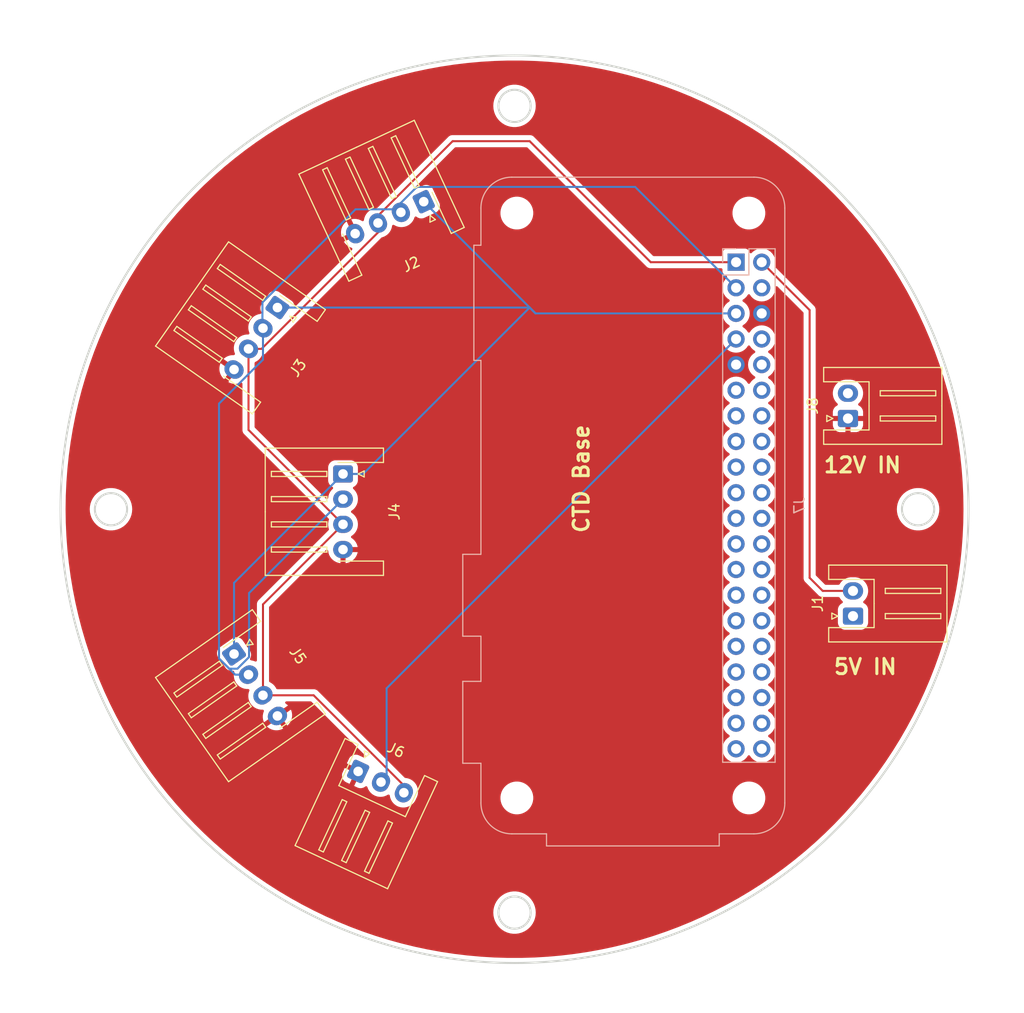
<source format=kicad_pcb>
(kicad_pcb (version 20240108) (generator "pcbnew") (generator_version "8.0")
  (layers (0 "F.Cu" signal) (31 "B.Cu" signal) (34 "B.Paste" user) (35 "F.Paste" user) (36 "B.SilkS" user "B.Silkscreen") (37 "F.SilkS" user "F.Silkscreen") (38 "B.Mask" user) (39 "F.Mask" user) (44 "Edge.Cuts" user))
  (net 0 "")
  (net 1 "Net-(J1-Pin_1)")
  (net 17 "Net-(J1-Pin_2)")
  (net 36 "Net-(J2-Pin_1)")
  (net 37 "Net-(J2-Pin_2)")
  (net 38 "Net-(J2-Pin_3)")
  (net 39 "Net-(J6-Pin_2)")
  (net 41 "GND")
  (footprint "Connector_JST:JST_XH_S4B-XH-A-1_1x04_P2.50mm_Horizontal" (layer "F.Cu") (at 122.198178 114.356359 -55)
    (property "Reference" "J5" (at 3.75 -5.1 125) (layer "F.SilkS"))
    (property "Value" "Conn_01x04_Female")
    (fp_line (start -2.56 7.71) (end -2.56 -4.01) (stroke (width 0.12)) (layer "F.SilkS"))
    (fp_line (start -0.249999 7.1) (end 0.25 7.099999) (stroke (width 0.12)) (layer "F.SilkS"))
    (fp_line (start 0.25 7.099999) (end 0.249999 1.600001) (stroke (width 0.12)) (layer "F.SilkS"))
    (fp_line (start 2.25 7.1) (end 2.75 7.1) (stroke (width 0.12)) (layer "F.SilkS"))
    (fp_line (start 2.75 7.1) (end 2.750001 1.599999) (stroke (width 0.12)) (layer "F.SilkS"))
    (fp_line (start 3.749999 7.71) (end -2.56 7.71) (stroke (width 0.12)) (layer "F.SilkS"))
    (fp_line (start 3.749999 7.71) (end 10.06 7.71) (stroke (width 0.12)) (layer "F.SilkS"))
    (fp_line (start 4.75 7.1) (end 5.25 7.1) (stroke (width 0.12)) (layer "F.SilkS"))
    (fp_line (start 5.25 7.1) (end 5.25 1.6) (stroke (width 0.12)) (layer "F.SilkS"))
    (fp_line (start 7.25 7.1) (end 7.75 7.1) (stroke (width 0.12)) (layer "F.SilkS"))
    (fp_line (start -0.25 1.600001) (end -0.249999 7.1) (stroke (width 0.12)) (layer "F.SilkS"))
    (fp_line (start 7.75 7.1) (end 7.75 1.6) (stroke (width 0.12)) (layer "F.SilkS"))
    (fp_line (start 0.249999 1.600001) (end -0.25 1.600001) (stroke (width 0.12)) (layer "F.SilkS"))
    (fp_line (start 10.06 7.71) (end 10.06 -4.01) (stroke (width 0.12)) (layer "F.SilkS"))
    (fp_line (start 2.249999 1.6) (end 2.25 7.1) (stroke (width 0.12)) (layer "F.SilkS"))
    (fp_line (start 2.750001 1.599999) (end 2.249999 1.6) (stroke (width 0.12)) (layer "F.SilkS"))
    (fp_line (start 0 -1.5) (end -0.3 -2.1) (stroke (width 0.12)) (layer "F.SilkS"))
    (fp_line (start 4.75 1.600001) (end 4.75 7.1) (stroke (width 0.12)) (layer "F.SilkS"))
    (fp_line (start -0.3 -2.1) (end 0.300001 -2.099999) (stroke (width 0.12)) (layer "F.SilkS"))
    (fp_line (start 5.25 1.6) (end 4.75 1.600001) (stroke (width 0.12)) (layer "F.SilkS"))
    (fp_line (start -2.56 -4.01) (end -1.14 -4.01) (stroke (width 0.12)) (layer "F.SilkS"))
    (fp_line (start 0.300001 -2.099999) (end 0 -1.5) (stroke (width 0.12)) (layer "F.SilkS"))
    (fp_line (start -1.14 -4.01) (end -1.14 0.489999) (stroke (width 0.12)) (layer "F.SilkS"))
    (fp_line (start 7.25 1.6) (end 7.25 7.1) (stroke (width 0.12)) (layer "F.SilkS"))
    (fp_line (start 7.75 1.6) (end 7.25 1.6) (stroke (width 0.12)) (layer "F.SilkS"))
    (fp_line (start 8.64 -4.01) (end 8.64 0.49) (stroke (width 0.12)) (layer "F.SilkS"))
    (fp_line (start 10.06 -4.01) (end 8.64 -4.01) (stroke (width 0.12)) (layer "F.SilkS"))
    (pad "1" thru_hole roundrect (at 0 0 305) (size 1.7 1.95) (drill 0.95) (layers "*.Cu" "*.Mask") (roundrect_rratio 0.147059) (net 36 "Net-(J2-Pin_1)"))
    (pad "2" thru_hole oval (at 2.500001 0.000001 305) (size 1.7 1.95) (drill 0.95) (layers "*.Cu" "*.Mask") (net 37 "Net-(J2-Pin_2)"))
    (pad "3" thru_hole oval (at 5 0 305) (size 1.7 1.95) (drill 0.95) (layers "*.Cu" "*.Mask") (net 38 "Net-(J2-Pin_3)"))
    (pad "4" thru_hole oval (at 7.5 0.000001 305) (size 1.7 1.95) (drill 0.95) (layers "*.Cu" "*.Mask") (net 41 "GND"))
  )
  (footprint "Connector_JST:JST_XH_S4B-XH-A-1_1x04_P2.50mm_Horizontal" (layer "F.Cu") (at 133 96.5 -90)
    (property "Reference" "J4" (at 3.75 -5.1 90) (layer "F.SilkS"))
    (property "Value" "Conn_01x04_Female")
    (fp_line (start -2.56 7.71) (end -2.56 -4.01) (stroke (width 0.12)) (layer "F.SilkS"))
    (fp_line (start 3.75 7.71) (end -2.56 7.71) (stroke (width 0.12)) (layer "F.SilkS"))
    (fp_line (start 3.75 7.71) (end 10.06 7.71) (stroke (width 0.12)) (layer "F.SilkS"))
    (fp_line (start 10.06 7.71) (end 10.06 -4.01) (stroke (width 0.12)) (layer "F.SilkS"))
    (fp_line (start -0.25 7.1) (end 0.25 7.1) (stroke (width 0.12)) (layer "F.SilkS"))
    (fp_line (start 0.25 7.1) (end 0.25 1.6) (stroke (width 0.12)) (layer "F.SilkS"))
    (fp_line (start 2.25 7.1) (end 2.75 7.1) (stroke (width 0.12)) (layer "F.SilkS"))
    (fp_line (start 2.75 7.1) (end 2.75 1.6) (stroke (width 0.12)) (layer "F.SilkS"))
    (fp_line (start 4.75 7.1) (end 5.25 7.1) (stroke (width 0.12)) (layer "F.SilkS"))
    (fp_line (start 5.25 7.1) (end 5.25 1.6) (stroke (width 0.12)) (layer "F.SilkS"))
    (fp_line (start 7.25 7.1) (end 7.75 7.1) (stroke (width 0.12)) (layer "F.SilkS"))
    (fp_line (start 7.75 7.1) (end 7.75 1.6) (stroke (width 0.12)) (layer "F.SilkS"))
    (fp_line (start -0.25 1.6) (end -0.25 7.1) (stroke (width 0.12)) (layer "F.SilkS"))
    (fp_line (start 0.25 1.6) (end -0.25 1.6) (stroke (width 0.12)) (layer "F.SilkS"))
    (fp_line (start 2.25 1.6) (end 2.25 7.1) (stroke (width 0.12)) (layer "F.SilkS"))
    (fp_line (start 2.75 1.6) (end 2.25 1.6) (stroke (width 0.12)) (layer "F.SilkS"))
    (fp_line (start 4.75 1.6) (end 4.75 7.1) (stroke (width 0.12)) (layer "F.SilkS"))
    (fp_line (start 5.25 1.6) (end 4.75 1.6) (stroke (width 0.12)) (layer "F.SilkS"))
    (fp_line (start 7.25 1.6) (end 7.25 7.1) (stroke (width 0.12)) (layer "F.SilkS"))
    (fp_line (start 7.75 1.6) (end 7.25 1.6) (stroke (width 0.12)) (layer "F.SilkS"))
    (fp_line (start 0 -1.5) (end -0.3 -2.1) (stroke (width 0.12)) (layer "F.SilkS"))
    (fp_line (start -0.3 -2.1) (end 0.3 -2.1) (stroke (width 0.12)) (layer "F.SilkS"))
    (fp_line (start 0.3 -2.1) (end 0 -1.5) (stroke (width 0.12)) (layer "F.SilkS"))
    (fp_line (start -2.56 -4.01) (end -1.14 -4.01) (stroke (width 0.12)) (layer "F.SilkS"))
    (fp_line (start -1.14 -4.01) (end -1.14 0.49) (stroke (width 0.12)) (layer "F.SilkS"))
    (fp_line (start 8.64 -4.01) (end 8.64 0.49) (stroke (width 0.12)) (layer "F.SilkS"))
    (fp_line (start 10.06 -4.01) (end 8.64 -4.01) (stroke (width 0.12)) (layer "F.SilkS"))
    (pad "1" thru_hole roundrect (at 0 0 270) (size 1.7 1.95) (drill 0.95) (layers "*.Cu" "*.Mask") (roundrect_rratio 0.147059) (net 36 "Net-(J2-Pin_1)"))
    (pad "2" thru_hole oval (at 2.5 0 270) (size 1.7 1.95) (drill 0.95) (layers "*.Cu" "*.Mask") (net 37 "Net-(J2-Pin_2)"))
    (pad "3" thru_hole oval (at 5 0 270) (size 1.7 1.95) (drill 0.95) (layers "*.Cu" "*.Mask") (net 38 "Net-(J2-Pin_3)"))
    (pad "4" thru_hole oval (at 7.5 0 270) (size 1.7 1.95) (drill 0.95) (layers "*.Cu" "*.Mask") (net 41 "GND"))
  )
  (footprint "Connector_JST:JST_XH_S2B-XH-A_1x02_P2.50mm_Horizontal" (layer "F.Cu") (at 183.55 110.6 90)
    (property "Reference" "J1" (at 1.25 -3.5 90) (layer "F.SilkS"))
    (property "Value" "Conn_01x02_Male")
    (fp_line (start 5.06 -2.41) (end 3.64 -2.41) (stroke (width 0.12)) (layer "F.SilkS"))
    (fp_line (start 3.64 -2.41) (end 3.64 2.09) (stroke (width 0.12)) (layer "F.SilkS"))
    (fp_line (start -1.14 -2.41) (end -1.14 2.09) (stroke (width 0.12)) (layer "F.SilkS"))
    (fp_line (start -2.56 -2.41) (end -1.14 -2.41) (stroke (width 0.12)) (layer "F.SilkS"))
    (fp_line (start 0.3 -2.1) (end 0 -1.5) (stroke (width 0.12)) (layer "F.SilkS"))
    (fp_line (start -0.3 -2.1) (end 0.3 -2.1) (stroke (width 0.12)) (layer "F.SilkS"))
    (fp_line (start 0 -1.5) (end -0.3 -2.1) (stroke (width 0.12)) (layer "F.SilkS"))
    (fp_line (start 3.64 2.09) (end 1.25 2.09) (stroke (width 0.12)) (layer "F.SilkS"))
    (fp_line (start -1.14 2.09) (end 1.25 2.09) (stroke (width 0.12)) (layer "F.SilkS"))
    (fp_line (start 2.75 3.2) (end 2.25 3.2) (stroke (width 0.12)) (layer "F.SilkS"))
    (fp_line (start 2.25 3.2) (end 2.25 8.7) (stroke (width 0.12)) (layer "F.SilkS"))
    (fp_line (start 0.25 3.2) (end -0.25 3.2) (stroke (width 0.12)) (layer "F.SilkS"))
    (fp_line (start -0.25 3.2) (end -0.25 8.7) (stroke (width 0.12)) (layer "F.SilkS"))
    (fp_line (start 2.75 8.7) (end 2.75 3.2) (stroke (width 0.12)) (layer "F.SilkS"))
    (fp_line (start 2.25 8.7) (end 2.75 8.7) (stroke (width 0.12)) (layer "F.SilkS"))
    (fp_line (start 0.25 8.7) (end 0.25 3.2) (stroke (width 0.12)) (layer "F.SilkS"))
    (fp_line (start -0.25 8.7) (end 0.25 8.7) (stroke (width 0.12)) (layer "F.SilkS"))
    (fp_line (start 5.06 9.31) (end 5.06 -2.41) (stroke (width 0.12)) (layer "F.SilkS"))
    (fp_line (start 1.25 9.31) (end 5.06 9.31) (stroke (width 0.12)) (layer "F.SilkS"))
    (fp_line (start 1.25 9.31) (end -2.56 9.31) (stroke (width 0.12)) (layer "F.SilkS"))
    (fp_line (start -2.56 9.31) (end -2.56 -2.41) (stroke (width 0.12)) (layer "F.SilkS"))
    (pad "1" thru_hole roundrect (at 0 0 90) (size 1.7 2) (drill 1) (layers "*.Cu" "*.Mask") (roundrect_rratio 0.147059) (net 1 "Net-(J1-Pin_1)"))
    (pad "2" thru_hole oval (at 2.5 0 90) (size 1.7 2) (drill 1) (layers "*.Cu" "*.Mask") (net 17 "Net-(J1-Pin_2)"))
  )
  (footprint "Connector_JST:JST_XH_S4B-XH-A-1_1x04_P2.50mm_Horizontal" (layer "F.Cu") (at 141 69.5 -155)
    (property "Reference" "J2" (at 3.749999 -5.100001 25) (layer "F.SilkS"))
    (property "Value" "Conn_01x04_Female")
    (fp_line (start 10.06 7.71) (end 10.060001 -4.01) (stroke (width 0.12)) (layer "F.SilkS"))
    (fp_line (start 7.749999 7.100001) (end 7.75 1.599999) (stroke (width 0.12)) (layer "F.SilkS"))
    (fp_line (start 7.249999 7.099999) (end 7.749999 7.100001) (stroke (width 0.12)) (layer "F.SilkS"))
    (fp_line (start 5.25 7.099998) (end 5.250001 1.6) (stroke (width 0.12)) (layer "F.SilkS"))
    (fp_line (start 7.75 1.599999) (end 7.25 1.6) (stroke (width 0.12)) (layer "F.SilkS"))
    (fp_line (start 10.060001 -4.01) (end 8.64 -4.009998) (stroke (width 0.12)) (layer "F.SilkS"))
    (fp_line (start 4.75 7.099999) (end 5.25 7.099998) (stroke (width 0.12)) (layer "F.SilkS"))
    (fp_line (start 7.25 1.6) (end 7.249999 7.099999) (stroke (width 0.12)) (layer "F.SilkS"))
    (fp_line (start 3.750001 7.71) (end 10.06 7.71) (stroke (width 0.12)) (layer "F.SilkS"))
    (fp_line (start 3.750001 7.71) (end -2.559999 7.710001) (stroke (width 0.12)) (layer "F.SilkS"))
    (fp_line (start 8.64 -4.009998) (end 8.64 0.490001) (stroke (width 0.12)) (layer "F.SilkS"))
    (fp_line (start 2.749999 7.099999) (end 2.749999 1.599999) (stroke (width 0.12)) (layer "F.SilkS"))
    (fp_line (start 5.250001 1.6) (end 4.749998 1.600001) (stroke (width 0.12)) (layer "F.SilkS"))
    (fp_line (start 2.25 7.100001) (end 2.749999 7.099999) (stroke (width 0.12)) (layer "F.SilkS"))
    (fp_line (start 4.749998 1.600001) (end 4.75 7.099999) (stroke (width 0.12)) (layer "F.SilkS"))
    (fp_line (start 0.249999 7.099999) (end 0.250001 1.599998) (stroke (width 0.12)) (layer "F.SilkS"))
    (fp_line (start 2.749999 1.599999) (end 2.25 1.600002) (stroke (width 0.12)) (layer "F.SilkS"))
    (fp_line (start -0.25 7.100001) (end 0.249999 7.099999) (stroke (width 0.12)) (layer "F.SilkS"))
    (fp_line (start 2.25 1.600002) (end 2.25 7.100001) (stroke (width 0.12)) (layer "F.SilkS"))
    (fp_line (start -2.559999 7.710001) (end -2.559999 -4.010001) (stroke (width 0.12)) (layer "F.SilkS"))
    (fp_line (start 0.250001 1.599998) (end -0.249999 1.6) (stroke (width 0.12)) (layer "F.SilkS"))
    (fp_line (start -0.249999 1.6) (end -0.25 7.100001) (stroke (width 0.12)) (layer "F.SilkS"))
    (fp_line (start 0.300001 -2.100001) (end 0 -1.500001) (stroke (width 0.12)) (layer "F.SilkS"))
    (fp_line (start 0 -1.500001) (end -0.299998 -2.099999) (stroke (width 0.12)) (layer "F.SilkS"))
    (fp_line (start -0.299998 -2.099999) (end 0.300001 -2.100001) (stroke (width 0.12)) (layer "F.SilkS"))
    (fp_line (start -1.139999 -4.010001) (end -1.14 0.49) (stroke (width 0.12)) (layer "F.SilkS"))
    (fp_line (start -2.559999 -4.010001) (end -1.139999 -4.010001) (stroke (width 0.12)) (layer "F.SilkS"))
    (pad "1" thru_hole roundrect (at 0 0 205) (size 1.7 1.95) (drill 0.95) (layers "*.Cu" "*.Mask") (roundrect_rratio 0.147059) (net 36 "Net-(J2-Pin_1)"))
    (pad "2" thru_hole oval (at 2.5 -0.000001 205) (size 1.7 1.95) (drill 0.95) (layers "*.Cu" "*.Mask") (net 37 "Net-(J2-Pin_2)"))
    (pad "3" thru_hole oval (at 5 0 205) (size 1.7 1.95) (drill 0.95) (layers "*.Cu" "*.Mask") (net 38 "Net-(J2-Pin_3)"))
    (pad "4" thru_hole oval (at 7.500001 -0.000001 205) (size 1.7 1.95) (drill 0.95) (layers "*.Cu" "*.Mask") (net 41 "GND"))
  )
  (footprint "Connector_JST:JST_XH_S4B-XH-A-1_1x04_P2.50mm_Horizontal" (layer "F.Cu") (at 126.5 80 -125)
    (property "Reference" "J3" (at 3.75 -5.1 -125) (layer "F.SilkS"))
    (property "Value" "Conn_01x04_Female")
    (fp_line (start 10.06 7.709999) (end 10.06 -4.009999) (stroke (width 0.12)) (layer "F.SilkS"))
    (fp_line (start 7.75 7.1) (end 7.75 1.6) (stroke (width 0.12)) (layer "F.SilkS"))
    (fp_line (start 7.249999 7.1) (end 7.75 7.1) (stroke (width 0.12)) (layer "F.SilkS"))
    (fp_line (start 5.25 7.099999) (end 5.25 1.6) (stroke (width 0.12)) (layer "F.SilkS"))
    (fp_line (start 4.75 7.099999) (end 5.25 7.099999) (stroke (width 0.12)) (layer "F.SilkS"))
    (fp_line (start 3.75 7.709999) (end 10.06 7.709999) (stroke (width 0.12)) (layer "F.SilkS"))
    (fp_line (start 3.75 7.709999) (end -2.56 7.709999) (stroke (width 0.12)) (layer "F.SilkS"))
    (fp_line (start 2.749999 7.1) (end 2.75 1.600001) (stroke (width 0.12)) (layer "F.SilkS"))
    (fp_line (start 2.249999 7.099999) (end 2.749999 7.1) (stroke (width 0.12)) (layer "F.SilkS"))
    (fp_line (start 0.25 7.1) (end 0.249999 1.6) (stroke (width 0.12)) (layer "F.SilkS"))
    (fp_line (start 7.75 1.6) (end 7.25 1.6) (stroke (width 0.12)) (layer "F.SilkS"))
    (fp_line (start -0.249999 7.1) (end 0.25 7.1) (stroke (width 0.12)) (layer "F.SilkS"))
    (fp_line (start 7.25 1.6) (end 7.249999 7.1) (stroke (width 0.12)) (layer "F.SilkS"))
    (fp_line (start -2.56 7.709999) (end -2.560001 -4.01) (stroke (width 0.12)) (layer "F.SilkS"))
    (fp_line (start 5.25 1.6) (end 4.75 1.6) (stroke (width 0.12)) (layer "F.SilkS"))
    (fp_line (start 4.75 1.6) (end 4.75 7.099999) (stroke (width 0.12)) (layer "F.SilkS"))
    (fp_line (start 2.75 1.600001) (end 2.250001 1.6) (stroke (width 0.12)) (layer "F.SilkS"))
    (fp_line (start 2.250001 1.6) (end 2.249999 7.099999) (stroke (width 0.12)) (layer "F.SilkS"))
    (fp_line (start 10.06 -4.009999) (end 8.640001 -4.01) (stroke (width 0.12)) (layer "F.SilkS"))
    (fp_line (start 8.640001 -4.01) (end 8.639999 0.489999) (stroke (width 0.12)) (layer "F.SilkS"))
    (fp_line (start 0.249999 1.6) (end -0.249999 1.600001) (stroke (width 0.12)) (layer "F.SilkS"))
    (fp_line (start -0.249999 1.600001) (end -0.249999 7.1) (stroke (width 0.12)) (layer "F.SilkS"))
    (fp_line (start 0 -1.5) (end -0.3 -2.100001) (stroke (width 0.12)) (layer "F.SilkS"))
    (fp_line (start 0.3 -2.100001) (end 0 -1.5) (stroke (width 0.12)) (layer "F.SilkS"))
    (fp_line (start -0.3 -2.100001) (end 0.3 -2.100001) (stroke (width 0.12)) (layer "F.SilkS"))
    (fp_line (start -1.14 -4.01) (end -1.14 0.490001) (stroke (width 0.12)) (layer "F.SilkS"))
    (fp_line (start -2.560001 -4.01) (end -1.14 -4.01) (stroke (width 0.12)) (layer "F.SilkS"))
    (pad "1" thru_hole roundrect (at 0 0 235) (size 1.7 1.95) (drill 0.95) (layers "*.Cu" "*.Mask") (roundrect_rratio 0.147059) (net 36 "Net-(J2-Pin_1)"))
    (pad "2" thru_hole oval (at 2.5 0 235) (size 1.7 1.95) (drill 0.95) (layers "*.Cu" "*.Mask") (net 37 "Net-(J2-Pin_2)"))
    (pad "3" thru_hole oval (at 5 0 235) (size 1.7 1.95) (drill 0.95) (layers "*.Cu" "*.Mask") (net 38 "Net-(J2-Pin_3)"))
    (pad "4" thru_hole oval (at 7.5 -0.000001 235) (size 1.7 1.95) (drill 0.95) (layers "*.Cu" "*.Mask") (net 41 "GND"))
  )
  (footprint "Connector_JST:JST_XH_S3B-XH-A_1x03_P2.50mm_Horizontal" (layer "F.Cu") (at 134.5 126 -25)
    (property "Reference" "J6" (at 2.500001 -3.5 155) (layer "F.SilkS"))
    (property "Value" "Conn_01x03_Female")
    (fp_line (start -2.56 9.31) (end -2.56 -2.41) (stroke (width 0.12)) (layer "F.SilkS"))
    (fp_line (start -0.250002 8.699999) (end 0.25 8.7) (stroke (width 0.12)) (layer "F.SilkS"))
    (fp_line (start 0.25 8.7) (end 0.25 3.199998) (stroke (width 0.12)) (layer "F.SilkS"))
    (fp_line (start -1.140001 2.089999) (end 2.5 2.09) (stroke (width 0.12)) (layer "F.SilkS"))
    (fp_line (start 2.5 9.31) (end -2.56 9.31) (stroke (width 0.12)) (layer "F.SilkS"))
    (fp_line (start 2.5 9.31) (end 7.56 9.309999) (stroke (width 0.12)) (layer "F.SilkS"))
    (fp_line (start 2.249999 8.700001) (end 2.75 8.7) (stroke (width 0.12)) (layer "F.SilkS"))
    (fp_line (start -0.25 3.2) (end -0.250002 8.699999) (stroke (width 0.12)) (layer "F.SilkS"))
    (fp_line (start -2.56 -2.41) (end -1.139999 -2.410001) (stroke (width 0.12)) (layer "F.SilkS"))
    (fp_line (start 2.75 8.7) (end 2.75 3.2) (stroke (width 0.12)) (layer "F.SilkS"))
    (fp_line (start 0.25 3.199998) (end -0.25 3.2) (stroke (width 0.12)) (layer "F.SilkS"))
    (fp_line (start -1.139999 -2.410001) (end -1.140001 2.089999) (stroke (width 0.12)) (layer "F.SilkS"))
    (fp_line (start -0.3 -2.099999) (end 0.3 -2.1) (stroke (width 0.12)) (layer "F.SilkS"))
    (fp_line (start 4.75 8.7) (end 5.25 8.7) (stroke (width 0.12)) (layer "F.SilkS"))
    (fp_line (start 0 -1.5) (end -0.3 -2.099999) (stroke (width 0.12)) (layer "F.SilkS"))
    (fp_line (start 2.249999 3.2) (end 2.249999 8.700001) (stroke (width 0.12)) (layer "F.SilkS"))
    (fp_line (start 5.25 8.7) (end 5.25 3.2) (stroke (width 0.12)) (layer "F.SilkS"))
    (fp_line (start 2.75 3.2) (end 2.249999 3.2) (stroke (width 0.12)) (layer "F.SilkS"))
    (fp_line (start 0.3 -2.1) (end 0 -1.5) (stroke (width 0.12)) (layer "F.SilkS"))
    (fp_line (start 7.56 9.309999) (end 7.56 -2.410003) (stroke (width 0.12)) (layer "F.SilkS"))
    (fp_line (start 4.749999 3.2) (end 4.75 8.7) (stroke (width 0.12)) (layer "F.SilkS"))
    (fp_line (start 5.25 3.2) (end 4.749999 3.2) (stroke (width 0.12)) (layer "F.SilkS"))
    (fp_line (start 6.14 2.089999) (end 2.5 2.09) (stroke (width 0.12)) (layer "F.SilkS"))
    (fp_line (start 6.14 -2.409999) (end 6.14 2.089999) (stroke (width 0.12)) (layer "F.SilkS"))
    (fp_line (start 7.56 -2.410003) (end 6.14 -2.409999) (stroke (width 0.12)) (layer "F.SilkS"))
    (pad "1" thru_hole roundrect (at 0 0 335) (size 1.7 1.95) (drill 0.95) (layers "*.Cu" "*.Mask") (roundrect_rratio 0.147059) (net 41 "GND"))
    (pad "2" thru_hole oval (at 2.499999 0 335) (size 1.7 1.95) (drill 0.95) (layers "*.Cu" "*.Mask") (net 39 "Net-(J6-Pin_2)"))
    (pad "3" thru_hole oval (at 5 0.000001 335) (size 1.7 1.95) (drill 0.95) (layers "*.Cu" "*.Mask") (net 38 "Net-(J2-Pin_3)"))
  )
  (footprint "Connector_JST:JST_XH_S2B-XH-A_1x02_P2.50mm_Horizontal" (layer "F.Cu") (at 183.05 91 90)
    (property "Reference" "J8" (at 1.25 -3.5 90) (layer "F.SilkS"))
    (property "Value" "Conn_01x02_Male")
    (fp_line (start 5.06 -2.41) (end 3.64 -2.41) (stroke (width 0.12)) (layer "F.SilkS"))
    (fp_line (start 3.64 -2.41) (end 3.64 2.09) (stroke (width 0.12)) (layer "F.SilkS"))
    (fp_line (start -1.14 -2.41) (end -1.14 2.09) (stroke (width 0.12)) (layer "F.SilkS"))
    (fp_line (start -2.56 -2.41) (end -1.14 -2.41) (stroke (width 0.12)) (layer "F.SilkS"))
    (fp_line (start 0.3 -2.1) (end 0 -1.5) (stroke (width 0.12)) (layer "F.SilkS"))
    (fp_line (start -0.3 -2.1) (end 0.3 -2.1) (stroke (width 0.12)) (layer "F.SilkS"))
    (fp_line (start 0 -1.5) (end -0.3 -2.1) (stroke (width 0.12)) (layer "F.SilkS"))
    (fp_line (start 3.64 2.09) (end 1.25 2.09) (stroke (width 0.12)) (layer "F.SilkS"))
    (fp_line (start -1.14 2.09) (end 1.25 2.09) (stroke (width 0.12)) (layer "F.SilkS"))
    (fp_line (start 2.75 3.2) (end 2.25 3.2) (stroke (width 0.12)) (layer "F.SilkS"))
    (fp_line (start 2.25 3.2) (end 2.25 8.7) (stroke (width 0.12)) (layer "F.SilkS"))
    (fp_line (start 0.25 3.2) (end -0.25 3.2) (stroke (width 0.12)) (layer "F.SilkS"))
    (fp_line (start -0.25 3.2) (end -0.25 8.7) (stroke (width 0.12)) (layer "F.SilkS"))
    (fp_line (start 2.75 8.7) (end 2.75 3.2) (stroke (width 0.12)) (layer "F.SilkS"))
    (fp_line (start 2.25 8.7) (end 2.75 8.7) (stroke (width 0.12)) (layer "F.SilkS"))
    (fp_line (start 0.25 8.7) (end 0.25 3.2) (stroke (width 0.12)) (layer "F.SilkS"))
    (fp_line (start -0.25 8.7) (end 0.25 8.7) (stroke (width 0.12)) (layer "F.SilkS"))
    (fp_line (start 5.06 9.31) (end 5.06 -2.41) (stroke (width 0.12)) (layer "F.SilkS"))
    (fp_line (start 1.25 9.31) (end 5.06 9.31) (stroke (width 0.12)) (layer "F.SilkS"))
    (fp_line (start 1.25 9.31) (end -2.56 9.31) (stroke (width 0.12)) (layer "F.SilkS"))
    (fp_line (start -2.56 9.31) (end -2.56 -2.41) (stroke (width 0.12)) (layer "F.SilkS"))
    (pad "1" thru_hole roundrect (at 0 0 90) (size 1.7 2) (drill 1) (layers "*.Cu" "*.Mask") (roundrect_rratio 0.147059) (net 41 "GND"))
    (pad "2" thru_hole oval (at 2.5 0 90) (size 1.7 2) (drill 1) (layers "*.Cu" "*.Mask"))
  )
  (footprint "Module:Raspberry_Pi_Zero_Socketed_THT_FaceDown_MountingHoles" (layer "B.Cu") (at 171.96 75.5 180)
    (property "Reference" "J7" (at -6.27 -24.13 -90) (layer "B.SilkS") (effects (justify mirror)))
    (property "Value" "Connector-ML:RPi_GPIO")
    (fp_line (start 27.09 -28.97) (end 27.09 -37.09) (stroke (width 0.12)) (layer "B.SilkS"))
    (fp_line (start 27.09 -37.09) (end 25.29 -37.09) (stroke (width 0.12)) (layer "B.SilkS"))
    (fp_line (start 27.09 -41.57) (end 27.09 -49.69) (stroke (width 0.12)) (layer "B.SilkS"))
    (fp_line (start 27.09 -49.69) (end 25.29 -49.69) (stroke (width 0.12)) (layer "B.SilkS"))
    (fp_line (start 25.99 1.68) (end 25.99 -9.74) (stroke (width 0.12)) (layer "B.SilkS"))
    (fp_line (start 25.99 -9.74) (end 25.29 -9.74) (stroke (width 0.12)) (layer "B.SilkS"))
    (fp_line (start 25.29 5.37) (end 25.29 1.68) (stroke (width 0.12)) (layer "B.SilkS"))
    (fp_line (start 25.29 1.68) (end 25.99 1.68) (stroke (width 0.12)) (layer "B.SilkS"))
    (fp_line (start 25.29 -9.74) (end 25.29 -28.97) (stroke (width 0.12)) (layer "B.SilkS"))
    (fp_line (start 25.29 -28.97) (end 27.09 -28.97) (stroke (width 0.12)) (layer "B.SilkS"))
    (fp_line (start 25.29 -37.09) (end 25.29 -41.57) (stroke (width 0.12)) (layer "B.SilkS"))
    (fp_line (start 25.29 -41.57) (end 27.09 -41.57) (stroke (width 0.12)) (layer "B.SilkS"))
    (fp_line (start 25.29 -49.69) (end 25.29 -53.63) (stroke (width 0.12)) (layer "B.SilkS"))
    (fp_line (start 22.23 8.43) (end -1.77 8.43) (stroke (width 0.12)) (layer "B.SilkS"))
    (fp_line (start 22.23 -56.69) (end 18.79 -56.69) (stroke (width 0.12)) (layer "B.SilkS"))
    (fp_line (start 18.79 -56.69) (end 18.79 -57.89) (stroke (width 0.12)) (layer "B.SilkS"))
    (fp_line (start 18.79 -57.89) (end 1.67 -57.89) (stroke (width 0.12)) (layer "B.SilkS"))
    (fp_line (start 1.67 -57.89) (end 1.67 -56.69) (stroke (width 0.12)) (layer "B.SilkS"))
    (fp_line (start 1.33 1.33) (end 0 1.33) (stroke (width 0.12)) (layer "B.SilkS"))
    (fp_line (start 1.33 0) (end 1.33 1.33) (stroke (width 0.12)) (layer "B.SilkS"))
    (fp_line (start 1.33 -1.27) (end -1.27 -1.27) (stroke (width 0.12)) (layer "B.SilkS"))
    (fp_line (start 1.33 -49.59) (end 1.33 -1.27) (stroke (width 0.12)) (layer "B.SilkS"))
    (fp_line (start 1.33 -49.59) (end -3.87 -49.59) (stroke (width 0.12)) (layer "B.SilkS"))
    (fp_line (start -1.27 1.33) (end -3.87 1.33) (stroke (width 0.12)) (layer "B.SilkS"))
    (fp_line (start -1.27 -1.27) (end -1.27 1.33) (stroke (width 0.12)) (layer "B.SilkS"))
    (fp_line (start -1.77 -56.69) (end 1.67 -56.69) (stroke (width 0.12)) (layer "B.SilkS"))
    (fp_line (start -3.87 -49.59) (end -3.87 1.33) (stroke (width 0.12)) (layer "B.SilkS"))
    (fp_line (start -4.83 5.37) (end -4.83 -53.63) (stroke (width 0.12)) (layer "B.SilkS"))
    (fp_arc (start 25.29 5.37) (mid 24.393747 7.533747) (end 22.23 8.43) (stroke (width 0.12)) (layer "B.SilkS"))
    (fp_arc (start 22.23 -56.69) (mid 24.393747 -55.793747) (end 25.29 -53.63) (stroke (width 0.12)) (layer "B.SilkS"))
    (fp_arc (start -1.77 8.43) (mid -3.933747 7.533747) (end -4.83 5.37) (stroke (width 0.12)) (layer "B.SilkS"))
    (fp_arc (start -4.83 -53.63) (mid -3.933747 -55.793747) (end -1.77 -56.69) (stroke (width 0.12)) (layer "B.SilkS"))
    (pad "" np_thru_hole circle (at -1.27 -53.13 90) (size 2.75 2.75) (drill 2.75) (layers "*.Cu" "*.Mask"))
    (pad "" np_thru_hole circle (at -1.27 4.87 90) (size 2.75 2.75) (drill 2.75) (layers "*.Cu" "*.Mask"))
    (pad "" np_thru_hole circle (at 21.73 -53.13 90) (size 2.75 2.75) (drill 2.75) (layers "*.Cu" "*.Mask"))
    (pad "" np_thru_hole circle (at 21.73 4.87 90) (size 2.75 2.75) (drill 2.75) (layers "*.Cu" "*.Mask"))
    (pad "1" thru_hole rect (at 0 0 180) (size 1.7 1.7) (drill 1) (layers "*.Cu" "*.Mask") (net 38 "Net-(J2-Pin_3)"))
    (pad "2" thru_hole oval (at -2.54 0 180) (size 1.7 1.7) (drill 1) (layers "*.Cu" "*.Mask") (net 17 "Net-(J1-Pin_2)"))
    (pad "3" thru_hole oval (at 0 -2.54 180) (size 1.7 1.7) (drill 1) (layers "*.Cu" "*.Mask") (net 37 "Net-(J2-Pin_2)"))
    (pad "4" thru_hole oval (at -2.54 -2.54 180) (size 1.7 1.7) (drill 1) (layers "*.Cu" "*.Mask"))
    (pad "5" thru_hole oval (at 0 -5.08 180) (size 1.7 1.7) (drill 1) (layers "*.Cu" "*.Mask") (net 36 "Net-(J2-Pin_1)"))
    (pad "6" thru_hole oval (at -2.54 -5.08 180) (size 1.7 1.7) (drill 1) (layers "*.Cu" "*.Mask") (net 41 "GND"))
    (pad "7" thru_hole oval (at 0 -7.62 180) (size 1.7 1.7) (drill 1) (layers "*.Cu" "*.Mask") (net 39 "Net-(J6-Pin_2)"))
    (pad "8" thru_hole oval (at -2.54 -7.62 180) (size 1.7 1.7) (drill 1) (layers "*.Cu" "*.Mask"))
    (pad "9" thru_hole oval (at 0 -10.16 180) (size 1.7 1.7) (drill 1) (layers "*.Cu" "*.Mask") (net 41 "GND"))
    (pad "10" thru_hole oval (at -2.54 -10.16 180) (size 1.7 1.7) (drill 1) (layers "*.Cu" "*.Mask"))
    (pad "11" thru_hole oval (at 0 -12.7 180) (size 1.7 1.7) (drill 1) (layers "*.Cu" "*.Mask"))
    (pad "12" thru_hole oval (at -2.54 -12.7 180) (size 1.7 1.7) (drill 1) (layers "*.Cu" "*.Mask"))
    (pad "13" thru_hole oval (at 0 -15.24 180) (size 1.7 1.7) (drill 1) (layers "*.Cu" "*.Mask"))
    (pad "14" thru_hole oval (at -2.54 -15.24 180) (size 1.7 1.7) (drill 1) (layers "*.Cu" "*.Mask"))
    (pad "15" thru_hole oval (at 0 -17.78 180) (size 1.7 1.7) (drill 1) (layers "*.Cu" "*.Mask"))
    (pad "16" thru_hole oval (at -2.54 -17.78 180) (size 1.7 1.7) (drill 1) (layers "*.Cu" "*.Mask"))
    (pad "17" thru_hole oval (at 0 -20.32 180) (size 1.7 1.7) (drill 1) (layers "*.Cu" "*.Mask"))
    (pad "18" thru_hole oval (at -2.54 -20.32 180) (size 1.7 1.7) (drill 1) (layers "*.Cu" "*.Mask"))
    (pad "19" thru_hole oval (at 0 -22.86 180) (size 1.7 1.7) (drill 1) (layers "*.Cu" "*.Mask"))
    (pad "20" thru_hole oval (at -2.54 -22.86 180) (size 1.7 1.7) (drill 1) (layers "*.Cu" "*.Mask"))
    (pad "21" thru_hole oval (at 0 -25.4 180) (size 1.7 1.7) (drill 1) (layers "*.Cu" "*.Mask"))
    (pad "22" thru_hole oval (at -2.54 -25.4 180) (size 1.7 1.7) (drill 1) (layers "*.Cu" "*.Mask"))
    (pad "23" thru_hole oval (at 0 -27.94 180) (size 1.7 1.7) (drill 1) (layers "*.Cu" "*.Mask"))
    (pad "24" thru_hole oval (at -2.54 -27.94 180) (size 1.7 1.7) (drill 1) (layers "*.Cu" "*.Mask"))
    (pad "25" thru_hole oval (at 0 -30.48 180) (size 1.7 1.7) (drill 1) (layers "*.Cu" "*.Mask"))
    (pad "26" thru_hole oval (at -2.54 -30.48 180) (size 1.7 1.7) (drill 1) (layers "*.Cu" "*.Mask"))
    (pad "27" thru_hole oval (at 0 -33.02 180) (size 1.7 1.7) (drill 1) (layers "*.Cu" "*.Mask"))
    (pad "28" thru_hole oval (at -2.54 -33.02 180) (size 1.7 1.7) (drill 1) (layers "*.Cu" "*.Mask"))
    (pad "29" thru_hole oval (at 0 -35.56 180) (size 1.7 1.7) (drill 1) (layers "*.Cu" "*.Mask"))
    (pad "30" thru_hole oval (at -2.54 -35.56 180) (size 1.7 1.7) (drill 1) (layers "*.Cu" "*.Mask"))
    (pad "31" thru_hole oval (at 0 -38.1 180) (size 1.7 1.7) (drill 1) (layers "*.Cu" "*.Mask"))
    (pad "32" thru_hole oval (at -2.54 -38.1 180) (size 1.7 1.7) (drill 1) (layers "*.Cu" "*.Mask"))
    (pad "33" thru_hole oval (at 0 -40.64 180) (size 1.7 1.7) (drill 1) (layers "*.Cu" "*.Mask"))
    (pad "34" thru_hole oval (at -2.54 -40.64 180) (size 1.7 1.7) (drill 1) (layers "*.Cu" "*.Mask"))
    (pad "35" thru_hole oval (at 0 -43.18 180) (size 1.7 1.7) (drill 1) (layers "*.Cu" "*.Mask"))
    (pad "36" thru_hole oval (at -2.54 -43.18 180) (size 1.7 1.7) (drill 1) (layers "*.Cu" "*.Mask"))
    (pad "37" thru_hole oval (at 0 -45.72 180) (size 1.7 1.7) (drill 1) (layers "*.Cu" "*.Mask"))
    (pad "38" thru_hole oval (at -2.54 -45.72 180) (size 1.7 1.7) (drill 1) (layers "*.Cu" "*.Mask"))
    (pad "39" thru_hole oval (at 0 -48.26 180) (size 1.7 1.7) (drill 1) (layers "*.Cu" "*.Mask"))
    (pad "40" thru_hole oval (at -2.54 -48.26 180) (size 1.7 1.7) (drill 1) (layers "*.Cu" "*.Mask"))
  )
  (gr_circle (center 110 100) (end 111.6 100) (stroke (width 0.2)) (fill none) (layer "Edge.Cuts"))
  (gr_circle (center 150 100) (end 195 100) (stroke (width 0.2)) (fill none) (layer "Edge.Cuts"))
  (gr_circle (center 150 60) (end 151.6 60) (stroke (width 0.2)) (fill none) (layer "Edge.Cuts"))
  (gr_circle (center 190 100) (end 191.6 100) (stroke (width 0.2)) (fill none) (layer "Edge.Cuts"))
  (gr_circle (center 150 140) (end 151.6 140) (stroke (width 0.2)) (fill none) (layer "Edge.Cuts"))
  (gr_text "12V IN" (at 180.5 96.5 0) (layer "F.SilkS") (effects (font (size 1.5 1.5) (thickness 0.3) (bold yes)) (justify left bottom)))
  (gr_text "5V IN" (at 181.5 116.5 0) (layer "F.SilkS") (effects (font (size 1.5 1.5) (thickness 0.3) (bold yes)) (justify left bottom)))
  (gr_text "CTD Base" (at 157.5 102.5 90) (layer "F.SilkS") (effects (font (size 1.5 1.5) (thickness 0.3) (bold yes)) (justify left bottom)))
  (segment (start 179.25 80.25) (end 174.5 75.5) (width 0.2) (layer "F.Cu") (net 17))
  (segment (start 180.55 108.1) (end 179.25 106.8) (width 0.2) (layer "F.Cu") (net 17))
  (segment (start 180.55 108.1) (end 183.55 108.1) (width 0.2) (layer "F.Cu") (net 17))
  (segment (start 179.25 106.8) (end 179.25 80.25) (width 0.2) (layer "F.Cu") (net 17))
  (segment (start 135 96.5) (end 151.5 80) (width 0.2) (layer "B.Cu") (net 36))
  (segment (start 122.198178 107.301822) (end 133 96.5) (width 0.2) (layer "B.Cu") (net 36))
  (segment (start 152.08 80.58) (end 171.96 80.58) (width 0.2) (layer "B.Cu") (net 36))
  (segment (start 151.5 80) (end 152.08 80.58) (width 0.2) (layer "B.Cu") (net 36))
  (segment (start 126.5 80) (end 151.5 80) (width 0.2) (layer "B.Cu") (net 36))
  (segment (start 141 69.5) (end 152.08 80.58) (width 0.2) (layer "B.Cu") (net 36))
  (segment (start 122.198178 114.356359) (end 122.198178 107.301822) (width 0.2) (layer "B.Cu") (net 36))
  (segment (start 133 96.5) (end 135 96.5) (width 0.2) (layer "B.Cu") (net 36))
  (segment (start 122.531992 115.814719) (end 121.72097 115.814719) (width 0.2) (layer "B.Cu") (net 37))
  (segment (start 134.243763 70.256237) (end 138.433922 70.256237) (width 0.2) (layer "B.Cu") (net 37))
  (segment (start 140.319364 68.034701) (end 161.954701 68.034701) (width 0.2) (layer "B.Cu") (net 37))
  (segment (start 120.709122 114.802871) (end 120.709122 89.525405) (width 0.2) (layer "B.Cu") (net 37))
  (segment (start 120.709122 89.525405) (end 125.066059 85.168468) (width 0.2) (layer "B.Cu") (net 37))
  (segment (start 138.734231 69.619834) (end 140.319364 68.034701) (width 0.2) (layer "B.Cu") (net 37))
  (segment (start 133 99) (end 123.687234 108.312766) (width 0.2) (layer "B.Cu") (net 37))
  (segment (start 125.066059 82.04788) (end 125.010944 81.992765) (width 0.2) (layer "B.Cu") (net 37))
  (segment (start 123.632119 116.404241) (end 122.310492 116.404241) (width 0.2) (layer "B.Cu") (net 37))
  (segment (start 125.010944 81.992765) (end 125.010944 79.489056) (width 0.2) (layer "B.Cu") (net 37))
  (segment (start 138.734231 70.556546) (end 138.734231 69.619834) (width 0.2) (layer "B.Cu") (net 37))
  (segment (start 138.433922 70.256237) (end 138.734231 70.556546) (width 0.2) (layer "B.Cu") (net 37))
  (segment (start 122.310492 116.404241) (end 120.709122 114.802871) (width 0.2) (layer "B.Cu") (net 37))
  (segment (start 123.687234 108.312766) (end 123.687234 114.659477) (width 0.2) (layer "B.Cu") (net 37))
  (segment (start 161.954701 68.034701) (end 171.96 78.04) (width 0.2) (layer "B.Cu") (net 37))
  (segment (start 121.72097 115.814719) (end 120.709122 114.802871) (width 0.2) (layer "B.Cu") (net 37))
  (segment (start 123.687234 114.659477) (end 122.531992 115.814719) (width 0.2) (layer "B.Cu") (net 37))
  (segment (start 125.066059 85.168468) (end 125.066059 82.04788) (width 0.2) (layer "B.Cu") (net 37))
  (segment (start 125.010944 79.489056) (end 134.243763 70.256237) (width 0.2) (layer "B.Cu") (net 37))
  (segment (start 123.632118 92.132118) (end 123.632118 84.09576) (width 0.2) (layer "F.Cu") (net 38))
  (segment (start 136.468461 70.897532) (end 143.865993 63.5) (width 0.2) (layer "F.Cu") (net 38))
  (segment (start 123.632118 84.09576) (end 124.922504 84.09576) (width 0.2) (layer "F.Cu") (net 38))
  (segment (start 125.06606 118.452119) (end 125.06606 109.43394) (width 0.2) (layer "F.Cu") (net 38))
  (segment (start 124.922504 84.09576) (end 136.468461 72.549803) (width 0.2) (layer "F.Cu") (net 38))
  (segment (start 151.5 63.5) (end 163.5 75.5) (width 0.2) (layer "F.Cu") (net 38))
  (segment (start 136.468461 71.613091) (end 136.468461 70.897532) (width 0.2) (layer "F.Cu") (net 38))
  (segment (start 133 101.5) (end 123.632118 92.132118) (width 0.2) (layer "F.Cu") (net 38))
  (segment (start 143.865993 63.5) (end 151.5 63.5) (width 0.2) (layer "F.Cu") (net 38))
  (segment (start 125.06606 109.43394) (end 133 101.5) (width 0.2) (layer "F.Cu") (net 38))
  (segment (start 136.468461 72.549803) (end 136.468461 71.613091) (width 0.2) (layer "F.Cu") (net 38))
  (segment (start 163.5 75.5) (end 171.96 75.5) (width 0.2) (layer "F.Cu") (net 38))
  (segment (start 130.086127 118.452119) (end 125.06606 118.452119) (width 0.2) (layer "F.Cu") (net 38))
  (segment (start 139.031539 127.397531) (end 130.086127 118.452119) (width 0.2) (layer "F.Cu") (net 38))
  (segment (start 139.031539 128.113092) (end 139.031539 127.397531) (width 0.2) (layer "F.Cu") (net 38))
  (segment (start 136.765769 127.056545) (end 136.765769 127.772106) (width 0.2) (layer "F.Cu") (net 39))
  (segment (start 136.765769 127.056545) (end 137.322314 126.5) (width 0.2) (layer "B.Cu") (net 39))
  (segment (start 137.322314 117.757686) (end 171.96 83.12) (width 0.2) (layer "B.Cu") (net 39))
  (segment (start 137.322314 126.5) (end 137.322314 117.757686) (width 0.2) (layer "B.Cu") (net 39))
  (zone (net 41) (net_name "GND") (layer "F.Cu") (name "GND Plane") (connect_pads (clearance 0.5)) (min_thickness 0.25) (fill yes (thermal_gap 0.5) (thermal_bridge_width 0.5))
    (polygon (pts (xy 100.5 49.5) (xy 200.5 49.5) (xy 200.5 147) (xy 197.5 150) (xy 99 150) (xy 99 51)))
  )
)
</source>
